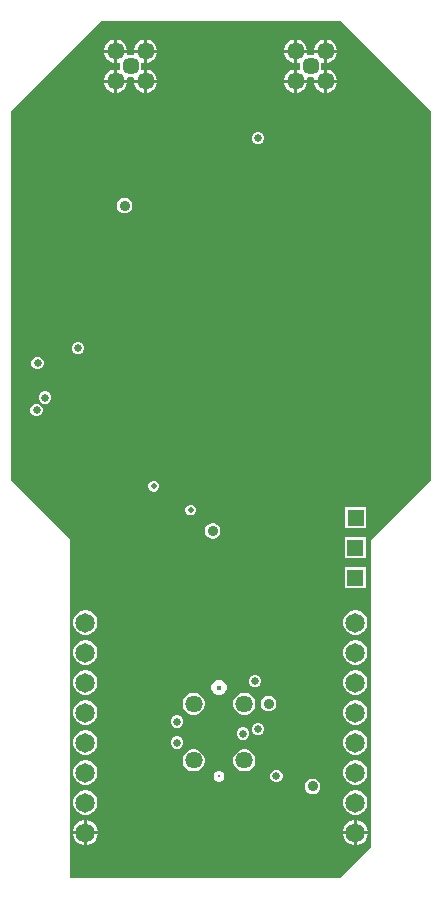
<source format=gbr>
%TF.GenerationSoftware,Altium Limited,Altium Designer,23.7.1 (13)*%
G04 Layer_Physical_Order=3*
G04 Layer_Color=16440176*
%FSLAX45Y45*%
%MOMM*%
%TF.SameCoordinates,13906D11-38DA-49B6-AFB5-B3B90C62E25A*%
%TF.FilePolarity,Positive*%
%TF.FileFunction,Copper,L3,Inr,Signal*%
%TF.Part,Single*%
G01*
G75*
%TA.AperFunction,ComponentPad*%
%ADD34C,0.44500*%
%ADD35C,0.26000*%
%ADD36C,1.46000*%
%ADD37C,1.44600*%
%ADD38C,1.65000*%
%ADD40R,1.40000X1.40000*%
%TA.AperFunction,ViaPad*%
%ADD41C,0.50000*%
%ADD42C,0.65000*%
%ADD43C,0.90000*%
G36*
X10922000Y9029700D02*
Y5908000D01*
X10414000Y5400000D01*
Y2795000D01*
X10159000Y2540000D01*
X7873000D01*
Y5399000D01*
X7874000Y5400000D01*
X7366000Y5908000D01*
Y9029700D01*
X8128000Y9791700D01*
X10160000D01*
X10922000Y9029700D01*
D02*
G37*
%LPC*%
G36*
X10045862Y9635400D02*
X10045700D01*
Y9550400D01*
X10130700D01*
Y9550562D01*
X10124042Y9575411D01*
X10111179Y9597689D01*
X10092989Y9615879D01*
X10070711Y9628742D01*
X10045862Y9635400D01*
D02*
G37*
G36*
X10020300D02*
X10020138D01*
X9995289Y9628742D01*
X9973011Y9615879D01*
X9954821Y9597689D01*
X9941958Y9575411D01*
X9935300Y9550562D01*
Y9550400D01*
X10020300D01*
Y9635400D01*
D02*
G37*
G36*
X9791862D02*
X9791700D01*
Y9550400D01*
X9876700D01*
Y9550562D01*
X9870042Y9575411D01*
X9857179Y9597689D01*
X9838989Y9615879D01*
X9816711Y9628742D01*
X9791862Y9635400D01*
D02*
G37*
G36*
X9766300D02*
X9766138D01*
X9741289Y9628742D01*
X9719011Y9615879D01*
X9700821Y9597689D01*
X9687958Y9575411D01*
X9681300Y9550562D01*
Y9550400D01*
X9766300D01*
Y9635400D01*
D02*
G37*
G36*
X8521862D02*
X8521700D01*
Y9550400D01*
X8606700D01*
Y9550562D01*
X8600042Y9575411D01*
X8587179Y9597689D01*
X8568989Y9615879D01*
X8546711Y9628742D01*
X8521862Y9635400D01*
D02*
G37*
G36*
X8496300D02*
X8496138D01*
X8471289Y9628742D01*
X8449011Y9615879D01*
X8430821Y9597689D01*
X8417958Y9575411D01*
X8411300Y9550562D01*
Y9550400D01*
X8496300D01*
Y9635400D01*
D02*
G37*
G36*
X8267862D02*
X8267700D01*
Y9550400D01*
X8352700D01*
Y9550562D01*
X8346042Y9575411D01*
X8333179Y9597689D01*
X8314989Y9615879D01*
X8292711Y9628742D01*
X8267862Y9635400D01*
D02*
G37*
G36*
X8242300D02*
X8242138D01*
X8217289Y9628742D01*
X8195011Y9615879D01*
X8176821Y9597689D01*
X8163958Y9575411D01*
X8157300Y9550562D01*
Y9550400D01*
X8242300D01*
Y9635400D01*
D02*
G37*
G36*
X8496300Y9525000D02*
X8411300D01*
Y9524838D01*
X8415135Y9510526D01*
X8404766Y9500156D01*
X8394152Y9503000D01*
X8369848D01*
X8359234Y9500156D01*
X8348865Y9510526D01*
X8352700Y9524838D01*
Y9525000D01*
X8267700D01*
Y9440000D01*
X8267862D01*
X8282174Y9443835D01*
X8292544Y9433466D01*
X8289700Y9422852D01*
Y9398548D01*
X8292544Y9387934D01*
X8282174Y9377565D01*
X8267862Y9381400D01*
X8267700D01*
Y9296400D01*
X8352700D01*
Y9296562D01*
X8348865Y9310874D01*
X8359234Y9321244D01*
X8369848Y9318400D01*
X8394152D01*
X8404766Y9321244D01*
X8415135Y9310874D01*
X8411300Y9296562D01*
Y9296400D01*
X8496300D01*
Y9381400D01*
X8496138D01*
X8481826Y9377565D01*
X8471456Y9387934D01*
X8474300Y9398548D01*
Y9422852D01*
X8471456Y9433466D01*
X8481826Y9443835D01*
X8496138Y9440000D01*
X8496300D01*
Y9525000D01*
D02*
G37*
G36*
X10020300D02*
X9935300D01*
Y9524838D01*
X9939135Y9510526D01*
X9928766Y9500156D01*
X9918152Y9503000D01*
X9893848D01*
X9883234Y9500156D01*
X9872865Y9510526D01*
X9876700Y9524838D01*
Y9525000D01*
X9791700D01*
Y9440000D01*
X9791862D01*
X9806174Y9443835D01*
X9816544Y9433466D01*
X9813700Y9422852D01*
Y9398548D01*
X9816544Y9387934D01*
X9806174Y9377565D01*
X9791862Y9381400D01*
X9791700D01*
Y9296400D01*
X9876700D01*
Y9296562D01*
X9872865Y9310874D01*
X9883234Y9321244D01*
X9893848Y9318400D01*
X9918152D01*
X9928766Y9321244D01*
X9939135Y9310874D01*
X9935300Y9296562D01*
Y9296400D01*
X10020300D01*
Y9381400D01*
X10020138D01*
X10005826Y9377565D01*
X9995456Y9387934D01*
X9998300Y9398548D01*
Y9422852D01*
X9995456Y9433466D01*
X10005826Y9443835D01*
X10020138Y9440000D01*
X10020300D01*
Y9525000D01*
D02*
G37*
G36*
X10130700D02*
X10045700D01*
Y9440000D01*
X10045862D01*
X10070711Y9446658D01*
X10092989Y9459521D01*
X10111179Y9477711D01*
X10124042Y9499989D01*
X10130700Y9524838D01*
Y9525000D01*
D02*
G37*
G36*
X9766300D02*
X9681300D01*
Y9524838D01*
X9687958Y9499989D01*
X9700821Y9477711D01*
X9719011Y9459521D01*
X9741289Y9446658D01*
X9766138Y9440000D01*
X9766300D01*
Y9525000D01*
D02*
G37*
G36*
X8606700D02*
X8521700D01*
Y9440000D01*
X8521862D01*
X8546711Y9446658D01*
X8568989Y9459521D01*
X8587179Y9477711D01*
X8600042Y9499989D01*
X8606700Y9524838D01*
Y9525000D01*
D02*
G37*
G36*
X8242300D02*
X8157300D01*
Y9524838D01*
X8163958Y9499989D01*
X8176821Y9477711D01*
X8195011Y9459521D01*
X8217289Y9446658D01*
X8242138Y9440000D01*
X8242300D01*
Y9525000D01*
D02*
G37*
G36*
X10045862Y9381400D02*
X10045700D01*
Y9296400D01*
X10130700D01*
Y9296562D01*
X10124042Y9321411D01*
X10111179Y9343689D01*
X10092989Y9361879D01*
X10070711Y9374742D01*
X10045862Y9381400D01*
D02*
G37*
G36*
X9766300D02*
X9766138D01*
X9741289Y9374742D01*
X9719011Y9361879D01*
X9700821Y9343689D01*
X9687958Y9321411D01*
X9681300Y9296562D01*
Y9296400D01*
X9766300D01*
Y9381400D01*
D02*
G37*
G36*
X8521862D02*
X8521700D01*
Y9296400D01*
X8606700D01*
Y9296562D01*
X8600042Y9321411D01*
X8587179Y9343689D01*
X8568989Y9361879D01*
X8546711Y9374742D01*
X8521862Y9381400D01*
D02*
G37*
G36*
X8242300D02*
X8242138D01*
X8217289Y9374742D01*
X8195011Y9361879D01*
X8176821Y9343689D01*
X8163958Y9321411D01*
X8157300Y9296562D01*
Y9296400D01*
X8242300D01*
Y9381400D01*
D02*
G37*
G36*
X10130700Y9271000D02*
X10045700D01*
Y9186000D01*
X10045862D01*
X10070711Y9192658D01*
X10092989Y9205521D01*
X10111179Y9223711D01*
X10124042Y9245989D01*
X10130700Y9270838D01*
Y9271000D01*
D02*
G37*
G36*
X10020300D02*
X9935300D01*
Y9270838D01*
X9941958Y9245989D01*
X9954821Y9223711D01*
X9973011Y9205521D01*
X9995289Y9192658D01*
X10020138Y9186000D01*
X10020300D01*
Y9271000D01*
D02*
G37*
G36*
X9876700D02*
X9791700D01*
Y9186000D01*
X9791862D01*
X9816711Y9192658D01*
X9838989Y9205521D01*
X9857179Y9223711D01*
X9870042Y9245989D01*
X9876700Y9270838D01*
Y9271000D01*
D02*
G37*
G36*
X9766300D02*
X9681300D01*
Y9270838D01*
X9687958Y9245989D01*
X9700821Y9223711D01*
X9719011Y9205521D01*
X9741289Y9192658D01*
X9766138Y9186000D01*
X9766300D01*
Y9271000D01*
D02*
G37*
G36*
X8606700D02*
X8521700D01*
Y9186000D01*
X8521862D01*
X8546711Y9192658D01*
X8568989Y9205521D01*
X8587179Y9223711D01*
X8600042Y9245989D01*
X8606700Y9270838D01*
Y9271000D01*
D02*
G37*
G36*
X8496300D02*
X8411300D01*
Y9270838D01*
X8417958Y9245989D01*
X8430821Y9223711D01*
X8449011Y9205521D01*
X8471289Y9192658D01*
X8496138Y9186000D01*
X8496300D01*
Y9271000D01*
D02*
G37*
G36*
X8352700D02*
X8267700D01*
Y9186000D01*
X8267862D01*
X8292711Y9192658D01*
X8314989Y9205521D01*
X8333179Y9223711D01*
X8346042Y9245989D01*
X8352700Y9270838D01*
Y9271000D01*
D02*
G37*
G36*
X8242300D02*
X8157300D01*
Y9270838D01*
X8163958Y9245989D01*
X8176821Y9223711D01*
X8195011Y9205521D01*
X8217289Y9192658D01*
X8242138Y9186000D01*
X8242300D01*
Y9271000D01*
D02*
G37*
G36*
X9471943Y8853600D02*
X9451057D01*
X9431761Y8845607D01*
X9416993Y8830839D01*
X9409000Y8811543D01*
Y8790657D01*
X9416993Y8771361D01*
X9431761Y8756593D01*
X9451057Y8748600D01*
X9471943D01*
X9491239Y8756593D01*
X9506007Y8771361D01*
X9514000Y8790657D01*
Y8811543D01*
X9506007Y8830839D01*
X9491239Y8845607D01*
X9471943Y8853600D01*
D02*
G37*
G36*
X8339758Y8294600D02*
X8322642D01*
X8306111Y8290170D01*
X8291289Y8281613D01*
X8279187Y8269511D01*
X8270630Y8254689D01*
X8266200Y8238158D01*
Y8221042D01*
X8270630Y8204511D01*
X8279187Y8189689D01*
X8291289Y8177587D01*
X8306111Y8169030D01*
X8322642Y8164600D01*
X8339758D01*
X8356289Y8169030D01*
X8371111Y8177587D01*
X8383213Y8189689D01*
X8391770Y8204511D01*
X8396200Y8221042D01*
Y8238158D01*
X8391770Y8254689D01*
X8383213Y8269511D01*
X8371111Y8281613D01*
X8356289Y8290170D01*
X8339758Y8294600D01*
D02*
G37*
G36*
X7947943Y7075600D02*
X7927057D01*
X7907761Y7067607D01*
X7892993Y7052839D01*
X7885000Y7033543D01*
Y7012657D01*
X7892993Y6993361D01*
X7907761Y6978593D01*
X7927057Y6970600D01*
X7947943D01*
X7967239Y6978593D01*
X7982007Y6993361D01*
X7990000Y7012657D01*
Y7033543D01*
X7982007Y7052839D01*
X7967239Y7067607D01*
X7947943Y7075600D01*
D02*
G37*
G36*
X7605043Y6948600D02*
X7584157D01*
X7564861Y6940607D01*
X7550093Y6925839D01*
X7542100Y6906543D01*
Y6885657D01*
X7550093Y6866361D01*
X7564861Y6851593D01*
X7584157Y6843600D01*
X7605043D01*
X7624339Y6851593D01*
X7639107Y6866361D01*
X7647100Y6885657D01*
Y6906543D01*
X7639107Y6925839D01*
X7624339Y6940607D01*
X7605043Y6948600D01*
D02*
G37*
G36*
X7668543Y6656500D02*
X7647657D01*
X7628361Y6648507D01*
X7613593Y6633739D01*
X7605600Y6614443D01*
Y6593557D01*
X7613593Y6574261D01*
X7628361Y6559493D01*
X7647657Y6551500D01*
X7668543D01*
X7687839Y6559493D01*
X7702607Y6574261D01*
X7710600Y6593557D01*
Y6614443D01*
X7702607Y6633739D01*
X7687839Y6648507D01*
X7668543Y6656500D01*
D02*
G37*
G36*
X7597423Y6549820D02*
X7576537D01*
X7557241Y6541827D01*
X7542473Y6527059D01*
X7534480Y6507763D01*
Y6486877D01*
X7542473Y6467581D01*
X7557241Y6452813D01*
X7576537Y6444820D01*
X7597423D01*
X7616719Y6452813D01*
X7631487Y6467581D01*
X7639480Y6486877D01*
Y6507763D01*
X7631487Y6527059D01*
X7616719Y6541827D01*
X7597423Y6549820D01*
D02*
G37*
G36*
X8586531Y5897160D02*
X8568629D01*
X8552090Y5890309D01*
X8539431Y5877650D01*
X8532580Y5861111D01*
Y5843209D01*
X8539431Y5826670D01*
X8552090Y5814011D01*
X8568629Y5807160D01*
X8586531D01*
X8603070Y5814011D01*
X8615729Y5826670D01*
X8622580Y5843209D01*
Y5861111D01*
X8615729Y5877650D01*
X8603070Y5890309D01*
X8586531Y5897160D01*
D02*
G37*
G36*
X8901491Y5696500D02*
X8883589D01*
X8867050Y5689649D01*
X8854391Y5676990D01*
X8847540Y5660451D01*
Y5642549D01*
X8854391Y5626010D01*
X8867050Y5613351D01*
X8883589Y5606500D01*
X8901491D01*
X8918030Y5613351D01*
X8930689Y5626010D01*
X8937540Y5642549D01*
Y5660451D01*
X8930689Y5676990D01*
X8918030Y5689649D01*
X8901491Y5696500D01*
D02*
G37*
G36*
X10377000Y5678000D02*
X10197000D01*
Y5498000D01*
X10377000D01*
Y5678000D01*
D02*
G37*
G36*
X9085257Y5538700D02*
X9068142D01*
X9051611Y5534270D01*
X9036789Y5525713D01*
X9024687Y5513611D01*
X9016130Y5498789D01*
X9011700Y5482258D01*
Y5465142D01*
X9016130Y5448611D01*
X9024687Y5433789D01*
X9036789Y5421687D01*
X9051611Y5413130D01*
X9068142Y5408700D01*
X9085257D01*
X9101789Y5413130D01*
X9116611Y5421687D01*
X9128713Y5433789D01*
X9137270Y5448611D01*
X9141700Y5465142D01*
Y5482258D01*
X9137270Y5498789D01*
X9128713Y5513611D01*
X9116611Y5525713D01*
X9101789Y5534270D01*
X9085257Y5538700D01*
D02*
G37*
G36*
X10376000Y5424000D02*
X10196000D01*
Y5244000D01*
X10376000D01*
Y5424000D01*
D02*
G37*
G36*
Y5170000D02*
X10196000D01*
Y4990000D01*
X10376000D01*
Y5170000D01*
D02*
G37*
G36*
X10299494Y4801500D02*
X10272505D01*
X10246436Y4794515D01*
X10223063Y4781020D01*
X10203979Y4761936D01*
X10190485Y4738564D01*
X10183500Y4712494D01*
Y4685506D01*
X10190485Y4659436D01*
X10203979Y4636064D01*
X10223063Y4616980D01*
X10246436Y4603485D01*
X10272505Y4596500D01*
X10299494D01*
X10325563Y4603485D01*
X10348936Y4616980D01*
X10368020Y4636064D01*
X10381514Y4659436D01*
X10388499Y4685506D01*
Y4712494D01*
X10381514Y4738564D01*
X10368020Y4761936D01*
X10348936Y4781020D01*
X10325563Y4794515D01*
X10299494Y4801500D01*
D02*
G37*
G36*
X8013494D02*
X7986505D01*
X7960436Y4794515D01*
X7937063Y4781020D01*
X7917979Y4761936D01*
X7904485Y4738564D01*
X7897500Y4712494D01*
Y4685506D01*
X7904485Y4659436D01*
X7917979Y4636064D01*
X7937063Y4616980D01*
X7960436Y4603485D01*
X7986505Y4596500D01*
X8013494D01*
X8039563Y4603485D01*
X8062936Y4616980D01*
X8082020Y4636064D01*
X8095514Y4659436D01*
X8102499Y4685506D01*
Y4712494D01*
X8095514Y4738564D01*
X8082020Y4761936D01*
X8062936Y4781020D01*
X8039563Y4794515D01*
X8013494Y4801500D01*
D02*
G37*
G36*
X10299494Y4547500D02*
X10272505D01*
X10246436Y4540515D01*
X10223063Y4527020D01*
X10203979Y4507936D01*
X10190485Y4484564D01*
X10183500Y4458494D01*
Y4431506D01*
X10190485Y4405436D01*
X10203979Y4382064D01*
X10223063Y4362980D01*
X10246436Y4349485D01*
X10272505Y4342500D01*
X10299494D01*
X10325563Y4349485D01*
X10348936Y4362980D01*
X10368020Y4382064D01*
X10381514Y4405436D01*
X10388499Y4431506D01*
Y4458494D01*
X10381514Y4484564D01*
X10368020Y4507936D01*
X10348936Y4527020D01*
X10325563Y4540515D01*
X10299494Y4547500D01*
D02*
G37*
G36*
X8013494D02*
X7986505D01*
X7960436Y4540515D01*
X7937063Y4527020D01*
X7917979Y4507936D01*
X7904485Y4484564D01*
X7897500Y4458494D01*
Y4431506D01*
X7904485Y4405436D01*
X7917979Y4382064D01*
X7937063Y4362980D01*
X7960436Y4349485D01*
X7986505Y4342500D01*
X8013494D01*
X8039563Y4349485D01*
X8062936Y4362980D01*
X8082020Y4382064D01*
X8095514Y4405436D01*
X8102499Y4431506D01*
Y4458494D01*
X8095514Y4484564D01*
X8082020Y4507936D01*
X8062936Y4527020D01*
X8039563Y4540515D01*
X8013494Y4547500D01*
D02*
G37*
G36*
X9446543Y4256200D02*
X9425657D01*
X9406361Y4248207D01*
X9391593Y4233439D01*
X9383600Y4214143D01*
Y4193257D01*
X9391593Y4173961D01*
X9406361Y4159193D01*
X9425657Y4151200D01*
X9446543D01*
X9465839Y4159193D01*
X9480607Y4173961D01*
X9488600Y4193257D01*
Y4214143D01*
X9480607Y4233439D01*
X9465839Y4248207D01*
X9446543Y4256200D01*
D02*
G37*
G36*
X10299494Y4293500D02*
X10272505D01*
X10246436Y4286515D01*
X10223063Y4273020D01*
X10203979Y4253936D01*
X10190485Y4230564D01*
X10183500Y4204494D01*
Y4177506D01*
X10190485Y4151436D01*
X10203979Y4128064D01*
X10223063Y4108980D01*
X10246436Y4095485D01*
X10272505Y4088500D01*
X10299494D01*
X10325563Y4095485D01*
X10348936Y4108980D01*
X10368020Y4128064D01*
X10381514Y4151436D01*
X10388499Y4177506D01*
Y4204494D01*
X10381514Y4230564D01*
X10368020Y4253936D01*
X10348936Y4273020D01*
X10325563Y4286515D01*
X10299494Y4293500D01*
D02*
G37*
G36*
X8013494D02*
X7986505D01*
X7960436Y4286515D01*
X7937063Y4273020D01*
X7917979Y4253936D01*
X7904485Y4230564D01*
X7897500Y4204494D01*
Y4177506D01*
X7904485Y4151436D01*
X7917979Y4128064D01*
X7937063Y4108980D01*
X7960436Y4095485D01*
X7986505Y4088500D01*
X8013494D01*
X8039563Y4095485D01*
X8062936Y4108980D01*
X8082020Y4128064D01*
X8095514Y4151436D01*
X8102499Y4177506D01*
Y4204494D01*
X8095514Y4230564D01*
X8082020Y4253936D01*
X8062936Y4273020D01*
X8039563Y4286515D01*
X8013494Y4293500D01*
D02*
G37*
G36*
X9144130Y4211400D02*
X9118470D01*
X9094764Y4201580D01*
X9076620Y4183436D01*
X9066800Y4159730D01*
Y4134070D01*
X9076620Y4110364D01*
X9094764Y4092220D01*
X9118470Y4082400D01*
X9144130D01*
X9167836Y4092220D01*
X9185980Y4110364D01*
X9195800Y4134070D01*
Y4159730D01*
X9185980Y4183436D01*
X9167836Y4201580D01*
X9144130Y4211400D01*
D02*
G37*
G36*
X9558958Y4078200D02*
X9541842D01*
X9525311Y4073770D01*
X9510489Y4065213D01*
X9498387Y4053111D01*
X9489830Y4038289D01*
X9485400Y4021758D01*
Y4004642D01*
X9489830Y3988111D01*
X9498387Y3973289D01*
X9510489Y3961187D01*
X9525311Y3952630D01*
X9541842Y3948200D01*
X9558958D01*
X9575489Y3952630D01*
X9590311Y3961187D01*
X9602413Y3973289D01*
X9610970Y3988111D01*
X9615400Y4004642D01*
Y4021758D01*
X9610970Y4038289D01*
X9602413Y4053111D01*
X9590311Y4065213D01*
X9575489Y4073770D01*
X9558958Y4078200D01*
D02*
G37*
G36*
X9358544Y4104900D02*
X9334057D01*
X9310404Y4098562D01*
X9289197Y4086318D01*
X9271882Y4069003D01*
X9259638Y4047797D01*
X9253300Y4024144D01*
Y3999656D01*
X9259638Y3976003D01*
X9271882Y3954797D01*
X9289197Y3937482D01*
X9310404Y3925238D01*
X9334057Y3918900D01*
X9358544D01*
X9382197Y3925238D01*
X9403403Y3937482D01*
X9420718Y3954797D01*
X9432962Y3976003D01*
X9439300Y3999656D01*
Y4024144D01*
X9432962Y4047797D01*
X9420718Y4069003D01*
X9403403Y4086318D01*
X9382197Y4098562D01*
X9358544Y4104900D01*
D02*
G37*
G36*
X8928543D02*
X8904056D01*
X8880403Y4098562D01*
X8859197Y4086318D01*
X8841882Y4069003D01*
X8829638Y4047797D01*
X8823300Y4024144D01*
Y3999656D01*
X8829638Y3976003D01*
X8841882Y3954797D01*
X8859197Y3937482D01*
X8880403Y3925238D01*
X8904056Y3918900D01*
X8928543D01*
X8952196Y3925238D01*
X8973403Y3937482D01*
X8990718Y3954797D01*
X9002962Y3976003D01*
X9009300Y3999656D01*
Y4024144D01*
X9002962Y4047797D01*
X8990718Y4069003D01*
X8973403Y4086318D01*
X8952196Y4098562D01*
X8928543Y4104900D01*
D02*
G37*
G36*
X10299494Y4039500D02*
X10272505D01*
X10246436Y4032515D01*
X10223063Y4019020D01*
X10203979Y3999936D01*
X10190485Y3976564D01*
X10183500Y3950494D01*
Y3923506D01*
X10190485Y3897436D01*
X10203979Y3874064D01*
X10223063Y3854980D01*
X10246436Y3841485D01*
X10272505Y3834500D01*
X10299494D01*
X10325563Y3841485D01*
X10348936Y3854980D01*
X10368020Y3874064D01*
X10381514Y3897436D01*
X10388499Y3923506D01*
Y3950494D01*
X10381514Y3976564D01*
X10368020Y3999936D01*
X10348936Y4019020D01*
X10325563Y4032515D01*
X10299494Y4039500D01*
D02*
G37*
G36*
X8013494D02*
X7986505D01*
X7960436Y4032515D01*
X7937063Y4019020D01*
X7917979Y3999936D01*
X7904485Y3976564D01*
X7897500Y3950494D01*
Y3923506D01*
X7904485Y3897436D01*
X7917979Y3874064D01*
X7937063Y3854980D01*
X7960436Y3841485D01*
X7986505Y3834500D01*
X8013494D01*
X8039563Y3841485D01*
X8062936Y3854980D01*
X8082020Y3874064D01*
X8095514Y3897436D01*
X8102499Y3923506D01*
Y3950494D01*
X8095514Y3976564D01*
X8082020Y3999936D01*
X8062936Y4019020D01*
X8039563Y4032515D01*
X8013494Y4039500D01*
D02*
G37*
G36*
X8786143Y3913300D02*
X8765257D01*
X8745961Y3905307D01*
X8731193Y3890539D01*
X8723200Y3871243D01*
Y3850357D01*
X8731193Y3831061D01*
X8745961Y3816293D01*
X8765257Y3808300D01*
X8786143D01*
X8805439Y3816293D01*
X8820207Y3831061D01*
X8828200Y3850357D01*
Y3871243D01*
X8820207Y3890539D01*
X8805439Y3905307D01*
X8786143Y3913300D01*
D02*
G37*
G36*
X9471943Y3849800D02*
X9451057D01*
X9431761Y3841807D01*
X9416993Y3827039D01*
X9409000Y3807743D01*
Y3786857D01*
X9416993Y3767561D01*
X9431761Y3752793D01*
X9451057Y3744800D01*
X9471943D01*
X9491239Y3752793D01*
X9506007Y3767561D01*
X9514000Y3786857D01*
Y3807743D01*
X9506007Y3827039D01*
X9491239Y3841807D01*
X9471943Y3849800D01*
D02*
G37*
G36*
X9344943Y3811700D02*
X9324057D01*
X9304761Y3803707D01*
X9289993Y3788939D01*
X9282000Y3769643D01*
Y3748757D01*
X9289993Y3729461D01*
X9304761Y3714693D01*
X9324057Y3706700D01*
X9344943D01*
X9364239Y3714693D01*
X9379007Y3729461D01*
X9387000Y3748757D01*
Y3769643D01*
X9379007Y3788939D01*
X9364239Y3803707D01*
X9344943Y3811700D01*
D02*
G37*
G36*
X8786143Y3735500D02*
X8765257D01*
X8745961Y3727507D01*
X8731193Y3712739D01*
X8723200Y3693443D01*
Y3672557D01*
X8731193Y3653261D01*
X8745961Y3638493D01*
X8765257Y3630500D01*
X8786143D01*
X8805439Y3638493D01*
X8820207Y3653261D01*
X8828200Y3672557D01*
Y3693443D01*
X8820207Y3712739D01*
X8805439Y3727507D01*
X8786143Y3735500D01*
D02*
G37*
G36*
X10299494Y3785500D02*
X10272505D01*
X10246436Y3778515D01*
X10223063Y3765020D01*
X10203979Y3745936D01*
X10190485Y3722564D01*
X10183500Y3696494D01*
Y3669506D01*
X10190485Y3643436D01*
X10203979Y3620064D01*
X10223063Y3600980D01*
X10246436Y3587485D01*
X10272505Y3580500D01*
X10299494D01*
X10325563Y3587485D01*
X10348936Y3600980D01*
X10368020Y3620064D01*
X10381514Y3643436D01*
X10388499Y3669506D01*
Y3696494D01*
X10381514Y3722564D01*
X10368020Y3745936D01*
X10348936Y3765020D01*
X10325563Y3778515D01*
X10299494Y3785500D01*
D02*
G37*
G36*
X8013494D02*
X7986505D01*
X7960436Y3778515D01*
X7937063Y3765020D01*
X7917979Y3745936D01*
X7904485Y3722564D01*
X7897500Y3696494D01*
Y3669506D01*
X7904485Y3643436D01*
X7917979Y3620064D01*
X7937063Y3600980D01*
X7960436Y3587485D01*
X7986505Y3580500D01*
X8013494D01*
X8039563Y3587485D01*
X8062936Y3600980D01*
X8082020Y3620064D01*
X8095514Y3643436D01*
X8102499Y3669506D01*
Y3696494D01*
X8095514Y3722564D01*
X8082020Y3745936D01*
X8062936Y3765020D01*
X8039563Y3778515D01*
X8013494Y3785500D01*
D02*
G37*
G36*
X9358544Y3624900D02*
X9334057D01*
X9310404Y3618562D01*
X9289197Y3606318D01*
X9271882Y3589003D01*
X9259638Y3567797D01*
X9253300Y3544144D01*
Y3519656D01*
X9259638Y3496003D01*
X9271882Y3474797D01*
X9289197Y3457482D01*
X9310404Y3445238D01*
X9334057Y3438900D01*
X9358544D01*
X9382197Y3445238D01*
X9403403Y3457482D01*
X9420718Y3474797D01*
X9432962Y3496003D01*
X9439300Y3519656D01*
Y3544144D01*
X9432962Y3567797D01*
X9420718Y3589003D01*
X9403403Y3606318D01*
X9382197Y3618562D01*
X9358544Y3624900D01*
D02*
G37*
G36*
X8928543D02*
X8904056D01*
X8880403Y3618562D01*
X8859197Y3606318D01*
X8841882Y3589003D01*
X8829638Y3567797D01*
X8823300Y3544144D01*
Y3519656D01*
X8829638Y3496003D01*
X8841882Y3474797D01*
X8859197Y3457482D01*
X8880403Y3445238D01*
X8904056Y3438900D01*
X8928543D01*
X8952196Y3445238D01*
X8973403Y3457482D01*
X8990718Y3474797D01*
X9002962Y3496003D01*
X9009300Y3519656D01*
Y3544144D01*
X9002962Y3567797D01*
X8990718Y3589003D01*
X8973403Y3606318D01*
X8952196Y3618562D01*
X8928543Y3624900D01*
D02*
G37*
G36*
X9140450Y3442900D02*
X9122150D01*
X9105243Y3435897D01*
X9092303Y3422957D01*
X9085300Y3406050D01*
Y3387750D01*
X9092303Y3370843D01*
X9105243Y3357903D01*
X9122150Y3350900D01*
X9140450D01*
X9157357Y3357903D01*
X9170297Y3370843D01*
X9177300Y3387750D01*
Y3406050D01*
X9170297Y3422957D01*
X9157357Y3435897D01*
X9140450Y3442900D01*
D02*
G37*
G36*
X9628143Y3452300D02*
X9607257D01*
X9587961Y3444307D01*
X9573193Y3429539D01*
X9565200Y3410243D01*
Y3389357D01*
X9573193Y3370061D01*
X9587961Y3355293D01*
X9607257Y3347300D01*
X9628143D01*
X9647439Y3355293D01*
X9662207Y3370061D01*
X9670200Y3389357D01*
Y3410243D01*
X9662207Y3429539D01*
X9647439Y3444307D01*
X9628143Y3452300D01*
D02*
G37*
G36*
X10299494Y3531500D02*
X10272505D01*
X10246436Y3524515D01*
X10223063Y3511020D01*
X10203979Y3491936D01*
X10190485Y3468564D01*
X10183500Y3442494D01*
Y3415506D01*
X10190485Y3389436D01*
X10203979Y3366064D01*
X10223063Y3346980D01*
X10246436Y3333485D01*
X10272505Y3326500D01*
X10299494D01*
X10325563Y3333485D01*
X10348936Y3346980D01*
X10368020Y3366064D01*
X10381514Y3389436D01*
X10388499Y3415506D01*
Y3442494D01*
X10381514Y3468564D01*
X10368020Y3491936D01*
X10348936Y3511020D01*
X10325563Y3524515D01*
X10299494Y3531500D01*
D02*
G37*
G36*
X8013494D02*
X7986505D01*
X7960436Y3524515D01*
X7937063Y3511020D01*
X7917979Y3491936D01*
X7904485Y3468564D01*
X7897500Y3442494D01*
Y3415506D01*
X7904485Y3389436D01*
X7917979Y3366064D01*
X7937063Y3346980D01*
X7960436Y3333485D01*
X7986505Y3326500D01*
X8013494D01*
X8039563Y3333485D01*
X8062936Y3346980D01*
X8082020Y3366064D01*
X8095514Y3389436D01*
X8102499Y3415506D01*
Y3442494D01*
X8095514Y3468564D01*
X8082020Y3491936D01*
X8062936Y3511020D01*
X8039563Y3524515D01*
X8013494Y3531500D01*
D02*
G37*
G36*
X9932338Y3377160D02*
X9915222D01*
X9898691Y3372730D01*
X9883869Y3364173D01*
X9871767Y3352071D01*
X9863210Y3337249D01*
X9858780Y3320718D01*
Y3303602D01*
X9863210Y3287071D01*
X9871767Y3272249D01*
X9883869Y3260147D01*
X9898691Y3251590D01*
X9915222Y3247160D01*
X9932338D01*
X9948869Y3251590D01*
X9963691Y3260147D01*
X9975793Y3272249D01*
X9984350Y3287071D01*
X9988780Y3303602D01*
Y3320718D01*
X9984350Y3337249D01*
X9975793Y3352071D01*
X9963691Y3364173D01*
X9948869Y3372730D01*
X9932338Y3377160D01*
D02*
G37*
G36*
X10299494Y3277500D02*
X10272505D01*
X10246436Y3270515D01*
X10223063Y3257020D01*
X10203979Y3237936D01*
X10190485Y3214564D01*
X10183500Y3188494D01*
Y3161506D01*
X10190485Y3135436D01*
X10203979Y3112064D01*
X10223063Y3092980D01*
X10246436Y3079485D01*
X10272505Y3072500D01*
X10299494D01*
X10325563Y3079485D01*
X10348936Y3092980D01*
X10368020Y3112064D01*
X10381514Y3135436D01*
X10388499Y3161506D01*
Y3188494D01*
X10381514Y3214564D01*
X10368020Y3237936D01*
X10348936Y3257020D01*
X10325563Y3270515D01*
X10299494Y3277500D01*
D02*
G37*
G36*
X8013494D02*
X7986505D01*
X7960436Y3270515D01*
X7937063Y3257020D01*
X7917979Y3237936D01*
X7904485Y3214564D01*
X7897500Y3188494D01*
Y3161506D01*
X7904485Y3135436D01*
X7917979Y3112064D01*
X7937063Y3092980D01*
X7960436Y3079485D01*
X7986505Y3072500D01*
X8013494D01*
X8039563Y3079485D01*
X8062936Y3092980D01*
X8082020Y3112064D01*
X8095514Y3135436D01*
X8102499Y3161506D01*
Y3188494D01*
X8095514Y3214564D01*
X8082020Y3237936D01*
X8062936Y3257020D01*
X8039563Y3270515D01*
X8013494Y3277500D01*
D02*
G37*
G36*
X8014205Y3028900D02*
X8012699D01*
Y2933700D01*
X8107899D01*
Y2935205D01*
X8100546Y2962648D01*
X8086341Y2987252D01*
X8066252Y3007341D01*
X8041647Y3021547D01*
X8014205Y3028900D01*
D02*
G37*
G36*
X10300205D02*
X10298699D01*
Y2933700D01*
X10393899D01*
Y2935205D01*
X10386546Y2962648D01*
X10372341Y2987252D01*
X10352252Y3007341D01*
X10327647Y3021547D01*
X10300205Y3028900D01*
D02*
G37*
G36*
X10273299D02*
X10271794D01*
X10244352Y3021547D01*
X10219747Y3007341D01*
X10199658Y2987252D01*
X10185453Y2962648D01*
X10178100Y2935205D01*
Y2933700D01*
X10273299D01*
Y3028900D01*
D02*
G37*
G36*
X7987299D02*
X7985794D01*
X7958352Y3021547D01*
X7933747Y3007341D01*
X7913658Y2987252D01*
X7899453Y2962648D01*
X7892100Y2935205D01*
Y2933700D01*
X7987299D01*
Y3028900D01*
D02*
G37*
G36*
X10393899Y2908300D02*
X10298699D01*
Y2813100D01*
X10300205D01*
X10327647Y2820453D01*
X10352252Y2834659D01*
X10372341Y2854748D01*
X10386546Y2879352D01*
X10393899Y2906795D01*
Y2908300D01*
D02*
G37*
G36*
X10273299D02*
X10178100D01*
Y2906795D01*
X10185453Y2879352D01*
X10199658Y2854748D01*
X10219747Y2834659D01*
X10244352Y2820453D01*
X10271794Y2813100D01*
X10273299D01*
Y2908300D01*
D02*
G37*
G36*
X8107899D02*
X8012699D01*
Y2813100D01*
X8014205D01*
X8041647Y2820453D01*
X8066252Y2834659D01*
X8086341Y2854748D01*
X8100546Y2879352D01*
X8107899Y2906795D01*
Y2908300D01*
D02*
G37*
G36*
X7987299D02*
X7892100D01*
Y2906795D01*
X7899453Y2879352D01*
X7913658Y2854748D01*
X7933747Y2834659D01*
X7958352Y2820453D01*
X7985794Y2813100D01*
X7987299D01*
Y2908300D01*
D02*
G37*
%LPD*%
D34*
X9131300Y4146900D02*
D03*
D35*
Y3396900D02*
D03*
D36*
X9346300Y3531900D02*
D03*
Y4011900D02*
D03*
X8916300D02*
D03*
Y3531900D02*
D03*
D37*
X8382000Y9410700D02*
D03*
X8255000Y9537700D02*
D03*
Y9283700D02*
D03*
X8509000D02*
D03*
Y9537700D02*
D03*
X9906000Y9410700D02*
D03*
X9779000Y9537700D02*
D03*
Y9283700D02*
D03*
X10033000D02*
D03*
Y9537700D02*
D03*
D38*
X10285999Y4699000D02*
D03*
Y4445000D02*
D03*
Y4191000D02*
D03*
Y3937000D02*
D03*
Y3683000D02*
D03*
Y3429000D02*
D03*
Y3175000D02*
D03*
Y2921000D02*
D03*
X7999999Y4699000D02*
D03*
Y4445000D02*
D03*
Y4191000D02*
D03*
Y3937000D02*
D03*
Y3683000D02*
D03*
Y3429000D02*
D03*
Y3175000D02*
D03*
Y2921000D02*
D03*
D40*
X10286000Y5080000D02*
D03*
Y5334000D02*
D03*
X10287000Y5588000D02*
D03*
D41*
X8892540Y5651500D02*
D03*
X8577580Y5852160D02*
D03*
D42*
X9537700Y4127500D02*
D03*
X7586980Y6497320D02*
D03*
X7658100Y6604000D02*
D03*
X8280400Y8140700D02*
D03*
Y8318500D02*
D03*
X7594600Y6680200D02*
D03*
X7556500Y6593840D02*
D03*
X9410700Y3721100D02*
D03*
X9461500Y3797300D02*
D03*
X8763000Y3962400D02*
D03*
X8590280Y9161780D02*
D03*
X9359900Y4165600D02*
D03*
X9824720Y3322320D02*
D03*
X9161780Y5552440D02*
D03*
X8293100Y6832600D02*
D03*
X10633489Y8413403D02*
D03*
X7810500Y6261100D02*
D03*
X7818784Y8047384D02*
D03*
X7944784D02*
D03*
X8953500Y8928100D02*
D03*
X9334500Y8674100D02*
D03*
X9327650Y8801100D02*
D03*
X9213350Y8788400D02*
D03*
X10464300Y8026400D02*
D03*
X10353425Y6375400D02*
D03*
X9588500Y8674100D02*
D03*
X9461500Y8801100D02*
D03*
X9715500Y8928100D02*
D03*
X9829800Y8953500D02*
D03*
X8064500Y8801100D02*
D03*
X7937500D02*
D03*
Y7023100D02*
D03*
X9330497Y6258413D02*
D03*
X9461000Y6134100D02*
D03*
X10604500Y7912100D02*
D03*
X10637469Y8560756D02*
D03*
X9983156Y8961069D02*
D03*
X8249920Y9057640D02*
D03*
X9080500Y9169400D02*
D03*
X9258300D02*
D03*
X9436100D02*
D03*
X9652000D02*
D03*
X9753600Y9017000D02*
D03*
X9512300D02*
D03*
X9321800D02*
D03*
X9144000D02*
D03*
X8902700D02*
D03*
X8638540Y9019540D02*
D03*
X8448040Y9004300D02*
D03*
X8849360Y9161780D02*
D03*
X10706100Y8712200D02*
D03*
Y8877300D02*
D03*
X10419080Y9227820D02*
D03*
X10325100Y9334500D02*
D03*
X10172700D02*
D03*
Y9486900D02*
D03*
X10350500D02*
D03*
X10523220Y9354820D02*
D03*
X10655300Y9222740D02*
D03*
X10845800Y9029700D02*
D03*
X10858500Y8826500D02*
D03*
Y8636000D02*
D03*
X10820400Y8470900D02*
D03*
X9906000Y4165600D02*
D03*
X8839200Y3771900D02*
D03*
X7810500Y6388100D02*
D03*
Y6515100D02*
D03*
X7937500Y6896100D02*
D03*
X7810500Y6643100D02*
D03*
X7658100Y6744700D02*
D03*
X7810500Y6895600D02*
D03*
Y7658100D02*
D03*
X7937500Y7785600D02*
D03*
Y7912100D02*
D03*
X7810500Y7785100D02*
D03*
X7809500Y7912100D02*
D03*
X7683500Y8039600D02*
D03*
X7810500Y8674100D02*
D03*
X7810000Y8801100D02*
D03*
Y8928100D02*
D03*
X7937000Y8674100D02*
D03*
X8055867Y8933219D02*
D03*
X8064500Y8674100D02*
D03*
X8191500D02*
D03*
Y8801100D02*
D03*
Y8927600D02*
D03*
X8318500D02*
D03*
Y8800600D02*
D03*
Y8673600D02*
D03*
X8445500Y8674100D02*
D03*
Y8801350D02*
D03*
X8572500Y8928100D02*
D03*
Y8801100D02*
D03*
Y8674100D02*
D03*
X8699500D02*
D03*
Y8801100D02*
D03*
Y8927600D02*
D03*
X8826500Y8928100D02*
D03*
Y8801100D02*
D03*
Y8674100D02*
D03*
X9080500D02*
D03*
X8953500D02*
D03*
Y8800600D02*
D03*
X9080500Y8801100D02*
D03*
X9207500Y8674100D02*
D03*
X9588500Y8801100D02*
D03*
X9715500Y8674100D02*
D03*
Y8801100D02*
D03*
X9842500D02*
D03*
Y8674100D02*
D03*
X9969500Y8673850D02*
D03*
X9969000Y8801100D02*
D03*
X10096500Y8928100D02*
D03*
Y8801100D02*
D03*
Y8674100D02*
D03*
X10223000Y8801100D02*
D03*
X10223500Y8928100D02*
D03*
X10350500Y8801100D02*
D03*
Y8928100D02*
D03*
Y8674100D02*
D03*
X10219728Y8679365D02*
D03*
X10350500Y8547100D02*
D03*
X10477000Y8674100D02*
D03*
X10477500Y8801600D02*
D03*
X10604000Y8674100D02*
D03*
X10477000Y8547100D02*
D03*
X10350500Y8420100D02*
D03*
X10350000Y8293100D02*
D03*
X10477000Y8420100D02*
D03*
X10604000Y8293100D02*
D03*
X10477000D02*
D03*
X10350000Y8166100D02*
D03*
X10477500D02*
D03*
X10350000Y8039100D02*
D03*
X10350000Y7912100D02*
D03*
X10477500D02*
D03*
Y7785100D02*
D03*
X10350000D02*
D03*
Y7658100D02*
D03*
X10477500D02*
D03*
Y7531100D02*
D03*
X10477000Y7023100D02*
D03*
X10477000Y6896100D02*
D03*
Y6769100D02*
D03*
Y6642100D02*
D03*
Y6515100D02*
D03*
X10477500Y6261100D02*
D03*
X10223500Y6134100D02*
D03*
X9842500D02*
D03*
X8826500Y6134600D02*
D03*
X8191000Y6261100D02*
D03*
X8318500Y6134100D02*
D03*
X8572500D02*
D03*
X9461500Y6261100D02*
D03*
X9334500Y6134100D02*
D03*
X9436100Y4203700D02*
D03*
X7594600Y6896100D02*
D03*
X9617700Y3399800D02*
D03*
X8775700Y3860800D02*
D03*
Y3683000D02*
D03*
X9334500Y3759200D02*
D03*
D43*
X9923780Y3312160D02*
D03*
X9076700Y5473700D02*
D03*
X9321800Y3289300D02*
D03*
X8686800Y3581400D02*
D03*
X9550400Y4013200D02*
D03*
X8331200Y8229600D02*
D03*
%TF.MD5,e553aeb2d932968b3dbdc8f4b1ac3ef5*%
M02*

</source>
